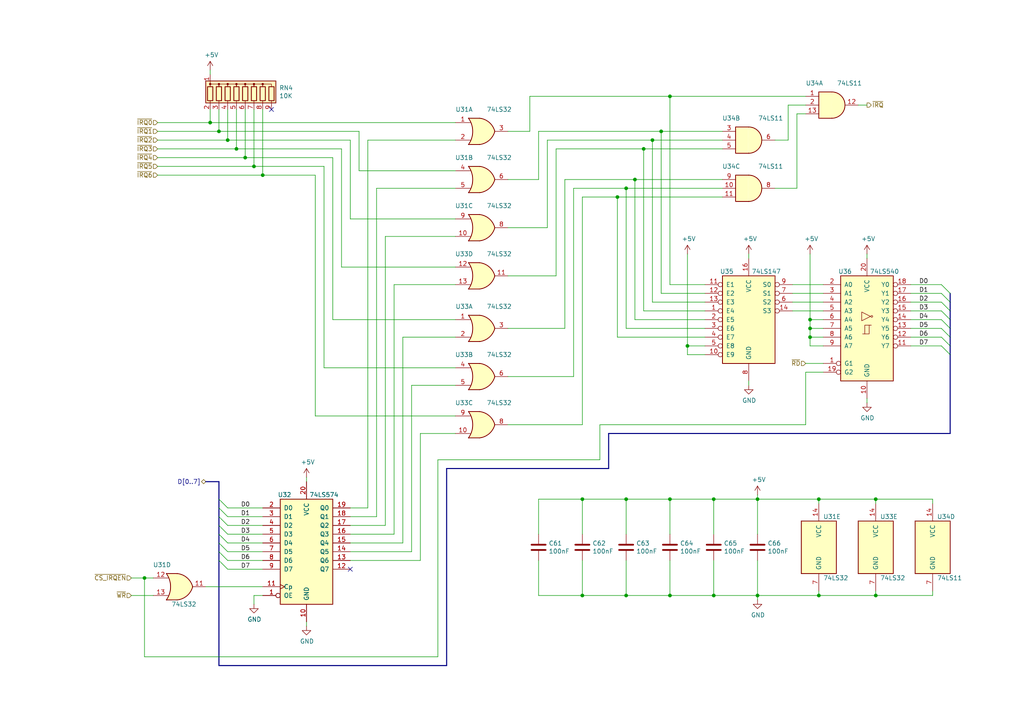
<source format=kicad_sch>
(kicad_sch (version 20211123) (generator eeschema)
  (paper "A4")
  (title_block (title "Y Ddraig Fechan") (company "Stephen Moody"))
  (lib_symbols
    (symbol "74xx:74LS11" (pin_names (offset 1.016))
      (property "Reference" "U" (at 0 1.27 0))
      (property "Value" "74LS11" (at 0 -1.27 0))
      (symbol "74LS11_1_1"
        (arc (start 0 -3.81) (mid 3.81 0) (end 0 3.81) (stroke (width 0.254)) (fill (type background)))
        (polyline (pts (xy 0 3.81) (xy -3.81 3.81) (xy -3.81 -3.81) (xy 0 -3.81)) (stroke (width 0.254)) (fill (type background)))
        (pin input line (at -7.62 2.54 0) (length 3.81) (name "~") (number "1"))
        (pin output line (at 7.62 0 180) (length 3.81) (name "~") (number "12"))
        (pin input line (at -7.62 -2.54 0) (length 3.81) (name "~") (number "13"))
        (pin input line (at -7.62 0 0) (length 3.81) (name "~") (number "2"))
      )
      (symbol "74LS11_1_2"
        (arc (start -3.81 -3.81) (mid -2.589 0) (end -3.81 3.81) (stroke (width 0.254)))
        (arc (start -0.6096 -3.81) (mid 2.1855 -2.584) (end 3.81 0) (stroke (width 0.254)) (fill (type background)))
        (polyline (pts (xy -3.81 -3.81) (xy -0.635 -3.81)) (stroke (width 0.254)) (fill (type background)))
        (polyline (pts (xy -3.81 3.81) (xy -0.635 3.81)) (stroke (width 0.254)) (fill (type background)))
        (polyline (pts (xy -0.635 3.81) (xy -3.81 3.81) (xy -3.81 3.81) (xy -3.556 3.4036) (xy -3.0226 2.2606) (xy -2.6924 1.0414) (xy -2.6162 -0.254) (xy -2.7686 -1.4986) (xy -3.175 -2.7178) (xy -3.81 -3.81) (xy -3.81 -3.81) (xy -0.635 -3.81)) (stroke (width -25.4)) (fill (type background)))
        (arc (start 3.81 0) (mid 2.1928 2.5925) (end -0.6096 3.81) (stroke (width 0.254)) (fill (type background)))
        (pin input inverted (at -7.62 2.54 0) (length 4.318) (name "~") (number "1"))
        (pin output inverted (at 7.62 0 180) (length 3.81) (name "~") (number "12"))
        (pin input inverted (at -7.62 -2.54 0) (length 4.318) (name "~") (number "13"))
        (pin input inverted (at -7.62 0 0) (length 4.953) (name "~") (number "2"))
      )
      (symbol "74LS11_2_1"
        (arc (start 0 -3.81) (mid 3.81 0) (end 0 3.81) (stroke (width 0.254)) (fill (type background)))
        (polyline (pts (xy 0 3.81) (xy -3.81 3.81) (xy -3.81 -3.81) (xy 0 -3.81)) (stroke (width 0.254)) (fill (type background)))
        (pin input line (at -7.62 2.54 0) (length 3.81) (name "~") (number "3"))
        (pin input line (at -7.62 0 0) (length 3.81) (name "~") (number "4"))
        (pin input line (at -7.62 -2.54 0) (length 3.81) (name "~") (number "5"))
        (pin output line (at 7.62 0 180) (length 3.81) (name "~") (number "6"))
      )
      (symbol "74LS11_2_2"
        (arc (start -3.81 -3.81) (mid -2.589 0) (end -3.81 3.81) (stroke (width 0.254)))
        (arc (start -0.6096 -3.81) (mid 2.1855 -2.584) (end 3.81 0) (stroke (width 0.254)) (fill (type background)))
        (polyline (pts (xy -3.81 -3.81) (xy -0.635 -3.81)) (stroke (width 0.254)) (fill (type background)))
        (polyline (pts (xy -3.81 3.81) (xy -0.635 3.81)) (stroke (width 0.254)) (fill (type background)))
        (polyline (pts (xy -0.635 3.81) (xy -3.81 3.81) (xy -3.81 3.81) (xy -3.556 3.4036) (xy -3.0226 2.2606) (xy -2.6924 1.0414) (xy -2.6162 -0.254) (xy -2.7686 -1.4986) (xy -3.175 -2.7178) (xy -3.81 -3.81) (xy -3.81 -3.81) (xy -0.635 -3.81)) (stroke (width -25.4)) (fill (type background)))
        (arc (start 3.81 0) (mid 2.1928 2.5925) (end -0.6096 3.81) (stroke (width 0.254)) (fill (type background)))
        (pin input inverted (at -7.62 2.54 0) (length 4.318) (name "~") (number "3"))
        (pin input inverted (at -7.62 0 0) (length 4.953) (name "~") (number "4"))
        (pin input inverted (at -7.62 -2.54 0) (length 4.318) (name "~") (number "5"))
        (pin output inverted (at 7.62 0 180) (length 3.81) (name "~") (number "6"))
      )
      (symbol "74LS11_3_1"
        (arc (start 0 -3.81) (mid 3.81 0) (end 0 3.81) (stroke (width 0.254)) (fill (type background)))
        (polyline (pts (xy 0 3.81) (xy -3.81 3.81) (xy -3.81 -3.81) (xy 0 -3.81)) (stroke (width 0.254)) (fill (type background)))
        (pin input line (at -7.62 0 0) (length 3.81) (name "~") (number "10"))
        (pin input line (at -7.62 -2.54 0) (length 3.81) (name "~") (number "11"))
        (pin output line (at 7.62 0 180) (length 3.81) (name "~") (number "8"))
        (pin input line (at -7.62 2.54 0) (length 3.81) (name "~") (number "9"))
      )
      (symbol "74LS11_3_2"
        (arc (start -3.81 -3.81) (mid -2.589 0) (end -3.81 3.81) (stroke (width 0.254)))
        (arc (start -0.6096 -3.81) (mid 2.1855 -2.584) (end 3.81 0) (stroke (width 0.254)) (fill (type background)))
        (polyline (pts (xy -3.81 -3.81) (xy -0.635 -3.81)) (stroke (width 0.254)) (fill (type background)))
        (polyline (pts (xy -3.81 3.81) (xy -0.635 3.81)) (stroke (width 0.254)) (fill (type background)))
        (polyline (pts (xy -0.635 3.81) (xy -3.81 3.81) (xy -3.81 3.81) (xy -3.556 3.4036) (xy -3.0226 2.2606) (xy -2.6924 1.0414) (xy -2.6162 -0.254) (xy -2.7686 -1.4986) (xy -3.175 -2.7178) (xy -3.81 -3.81) (xy -3.81 -3.81) (xy -0.635 -3.81)) (stroke (width -25.4)) (fill (type background)))
        (arc (start 3.81 0) (mid 2.1928 2.5925) (end -0.6096 3.81) (stroke (width 0.254)) (fill (type background)))
        (pin input inverted (at -7.62 0 0) (length 4.953) (name "~") (number "10"))
        (pin input inverted (at -7.62 -2.54 0) (length 4.318) (name "~") (number "11"))
        (pin output inverted (at 7.62 0 180) (length 3.81) (name "~") (number "8"))
        (pin input inverted (at -7.62 2.54 0) (length 4.318) (name "~") (number "9"))
      )
      (symbol "74LS11_4_0"
        (pin power_in line (at 0 12.7 270) (length 5.08) (name "VCC") (number "14"))
        (pin power_in line (at 0 -12.7 90) (length 5.08) (name "GND") (number "7"))
      )
      (symbol "74LS11_4_1"
        (rectangle (start -5.08 7.62) (end 5.08 -7.62) (stroke (width 0.254)) (fill (type background)))
      )
    )
    (symbol "74xx:74LS147" (pin_names (offset 1.016))
      (property "Reference" "U" (at -7.62 13.97 0))
      (property "Value" "74LS147" (at -7.62 -13.97 0))
      (symbol "74LS147_1_0"
        (pin input inverted (at -12.7 2.54 0) (length 5.08) (name "E4") (number "1"))
        (pin input inverted (at -12.7 -10.16 0) (length 5.08) (name "E9") (number "10"))
        (pin input inverted (at -12.7 10.16 0) (length 5.08) (name "E1") (number "11"))
        (pin input inverted (at -12.7 7.62 0) (length 5.08) (name "E2") (number "12"))
        (pin input inverted (at -12.7 5.08 0) (length 5.08) (name "E3") (number "13"))
        (pin output inverted (at 12.7 2.54 180) (length 5.08) (name "S3") (number "14"))
        (pin power_in line (at 0 17.78 270) (length 5.08) (name "VCC") (number "16"))
        (pin input inverted (at -12.7 0 0) (length 5.08) (name "E5") (number "2"))
        (pin input inverted (at -12.7 -2.54 0) (length 5.08) (name "E6") (number "3"))
        (pin input inverted (at -12.7 -5.08 0) (length 5.08) (name "E7") (number "4"))
        (pin input inverted (at -12.7 -7.62 0) (length 5.08) (name "E8") (number "5"))
        (pin output inverted (at 12.7 5.08 180) (length 5.08) (name "S2") (number "6"))
        (pin output inverted (at 12.7 7.62 180) (length 5.08) (name "S1") (number "7"))
        (pin power_in line (at 0 -17.78 90) (length 5.08) (name "GND") (number "8"))
        (pin output inverted (at 12.7 10.16 180) (length 5.08) (name "S0") (number "9"))
      )
      (symbol "74LS147_1_1"
        (rectangle (start -7.62 12.7) (end 7.62 -12.7) (stroke (width 0.254)) (fill (type background)))
      )
    )
    (symbol "74xx:74LS32" (pin_names (offset 1.016))
      (property "Reference" "U" (at 0 1.27 0))
      (property "Value" "74LS32" (at 0 -1.27 0))
      (symbol "74LS32_1_1"
        (arc (start -3.81 -3.81) (mid -2.589 0) (end -3.81 3.81) (stroke (width 0.254)))
        (arc (start -0.6096 -3.81) (mid 2.1855 -2.584) (end 3.81 0) (stroke (width 0.254)) (fill (type background)))
        (polyline (pts (xy -3.81 -3.81) (xy -0.635 -3.81)) (stroke (width 0.254)) (fill (type background)))
        (polyline (pts (xy -3.81 3.81) (xy -0.635 3.81)) (stroke (width 0.254)) (fill (type background)))
        (polyline (pts (xy -0.635 3.81) (xy -3.81 3.81) (xy -3.81 3.81) (xy -3.556 3.4036) (xy -3.0226 2.2606) (xy -2.6924 1.0414) (xy -2.6162 -0.254) (xy -2.7686 -1.4986) (xy -3.175 -2.7178) (xy -3.81 -3.81) (xy -3.81 -3.81) (xy -0.635 -3.81)) (stroke (width -25.4)) (fill (type background)))
        (arc (start 3.81 0) (mid 2.1928 2.5925) (end -0.6096 3.81) (stroke (width 0.254)) (fill (type background)))
        (pin input line (at -7.62 2.54 0) (length 4.318) (name "~") (number "1"))
        (pin input line (at -7.62 -2.54 0) (length 4.318) (name "~") (number "2"))
        (pin output line (at 7.62 0 180) (length 3.81) (name "~") (number "3"))
      )
      (symbol "74LS32_1_2"
        (arc (start 0 -3.81) (mid 3.81 0) (end 0 3.81) (stroke (width 0.254)) (fill (type background)))
        (polyline (pts (xy 0 3.81) (xy -3.81 3.81) (xy -3.81 -3.81) (xy 0 -3.81)) (stroke (width 0.254)) (fill (type background)))
        (pin input inverted (at -7.62 2.54 0) (length 3.81) (name "~") (number "1"))
        (pin input inverted (at -7.62 -2.54 0) (length 3.81) (name "~") (number "2"))
        (pin output inverted (at 7.62 0 180) (length 3.81) (name "~") (number "3"))
      )
      (symbol "74LS32_2_1"
        (arc (start -3.81 -3.81) (mid -2.589 0) (end -3.81 3.81) (stroke (width 0.254)))
        (arc (start -0.6096 -3.81) (mid 2.1855 -2.584) (end 3.81 0) (stroke (width 0.254)) (fill (type background)))
        (polyline (pts (xy -3.81 -3.81) (xy -0.635 -3.81)) (stroke (width 0.254)) (fill (type background)))
        (polyline (pts (xy -3.81 3.81) (xy -0.635 3.81)) (stroke (width 0.254)) (fill (type background)))
        (polyline (pts (xy -0.635 3.81) (xy -3.81 3.81) (xy -3.81 3.81) (xy -3.556 3.4036) (xy -3.0226 2.2606) (xy -2.6924 1.0414) (xy -2.6162 -0.254) (xy -2.7686 -1.4986) (xy -3.175 -2.7178) (xy -3.81 -3.81) (xy -3.81 -3.81) (xy -0.635 -3.81)) (stroke (width -25.4)) (fill (type background)))
        (arc (start 3.81 0) (mid 2.1928 2.5925) (end -0.6096 3.81) (stroke (width 0.254)) (fill (type background)))
        (pin input line (at -7.62 2.54 0) (length 4.318) (name "~") (number "4"))
        (pin input line (at -7.62 -2.54 0) (length 4.318) (name "~") (number "5"))
        (pin output line (at 7.62 0 180) (length 3.81) (name "~") (number "6"))
      )
      (symbol "74LS32_2_2"
        (arc (start 0 -3.81) (mid 3.81 0) (end 0 3.81) (stroke (width 0.254)) (fill (type background)))
        (polyline (pts (xy 0 3.81) (xy -3.81 3.81) (xy -3.81 -3.81) (xy 0 -3.81)) (stroke (width 0.254)) (fill (type background)))
        (pin input inverted (at -7.62 2.54 0) (length 3.81) (name "~") (number "4"))
        (pin input inverted (at -7.62 -2.54 0) (length 3.81) (name "~") (number "5"))
        (pin output inverted (at 7.62 0 180) (length 3.81) (name "~") (number "6"))
      )
      (symbol "74LS32_3_1"
        (arc (start -3.81 -3.81) (mid -2.589 0) (end -3.81 3.81) (stroke (width 0.254)))
        (arc (start -0.6096 -3.81) (mid 2.1855 -2.584) (end 3.81 0) (stroke (width 0.254)) (fill (type background)))
        (polyline (pts (xy -3.81 -3.81) (xy -0.635 -3.81)) (stroke (width 0.254)) (fill (type background)))
        (polyline (pts (xy -3.81 3.81) (xy -0.635 3.81)) (stroke (width 0.254)) (fill (type background)))
        (polyline (pts (xy -0.635 3.81) (xy -3.81 3.81) (xy -3.81 3.81) (xy -3.556 3.4036) (xy -3.0226 2.2606) (xy -2.6924 1.0414) (xy -2.6162 -0.254) (xy -2.7686 -1.4986) (xy -3.175 -2.7178) (xy -3.81 -3.81) (xy -3.81 -3.81) (xy -0.635 -3.81)) (stroke (width -25.4)) (fill (type background)))
        (arc (start 3.81 0) (mid 2.1928 2.5925) (end -0.6096 3.81) (stroke (width 0.254)) (fill (type background)))
        (pin input line (at -7.62 -2.54 0) (length 4.318) (name "~") (number "10"))
        (pin output line (at 7.62 0 180) (length 3.81) (name "~") (number "8"))
        (pin input line (at -7.62 2.54 0) (length 4.318) (name "~") (number "9"))
      )
      (symbol "74LS32_3_2"
        (arc (start 0 -3.81) (mid 3.81 0) (end 0 3.81) (stroke (width 0.254)) (fill (type background)))
        (polyline (pts (xy 0 3.81) (xy -3.81 3.81) (xy -3.81 -3.81) (xy 0 -3.81)) (stroke (width 0.254)) (fill (type background)))
        (pin input inverted (at -7.62 -2.54 0) (length 3.81) (name "~") (number "10"))
        (pin output inverted (at 7.62 0 180) (length 3.81) (name "~") (number "8"))
        (pin input inverted (at -7.62 2.54 0) (length 3.81) (name "~") (number "9"))
      )
      (symbol "74LS32_4_1"
        (arc (start -3.81 -3.81) (mid -2.589 0) (end -3.81 3.81) (stroke (width 0.254)))
        (arc (start -0.6096 -3.81) (mid 2.1855 -2.584) (end 3.81 0) (stroke (width 0.254)) (fill (type background)))
        (polyline (pts (xy -3.81 -3.81) (xy -0.635 -3.81)) (stroke (width 0.254)) (fill (type background)))
        (polyline (pts (xy -3.81 3.81) (xy -0.635 3.81)) (stroke (width 0.254)) (fill (type background)))
        (polyline (pts (xy -0.635 3.81) (xy -3.81 3.81) (xy -3.81 3.81) (xy -3.556 3.4036) (xy -3.0226 2.2606) (xy -2.6924 1.0414) (xy -2.6162 -0.254) (xy -2.7686 -1.4986) (xy -3.175 -2.7178) (xy -3.81 -3.81) (xy -3.81 -3.81) (xy -0.635 -3.81)) (stroke (width -25.4)) (fill (type background)))
        (arc (start 3.81 0) (mid 2.1928 2.5925) (end -0.6096 3.81) (stroke (width 0.254)) (fill (type background)))
        (pin output line (at 7.62 0 180) (length 3.81) (name "~") (number "11"))
        (pin input line (at -7.62 2.54 0) (length 4.318) (name "~") (number "12"))
        (pin input line (at -7.62 -2.54 0) (length 4.318) (name "~") (number "13"))
      )
      (symbol "74LS32_4_2"
        (arc (start 0 -3.81) (mid 3.81 0) (end 0 3.81) (stroke (width 0.254)) (fill (type background)))
        (polyline (pts (xy 0 3.81) (xy -3.81 3.81) (xy -3.81 -3.81) (xy 0 -3.81)) (stroke (width 0.254)) (fill (type background)))
        (pin output inverted (at 7.62 0 180) (length 3.81) (name "~") (number "11"))
        (pin input inverted (at -7.62 2.54 0) (length 3.81) (name "~") (number "12"))
        (pin input inverted (at -7.62 -2.54 0) (length 3.81) (name "~") (number "13"))
      )
      (symbol "74LS32_5_0"
        (pin power_in line (at 0 12.7 270) (length 5.08) (name "VCC") (number "14"))
        (pin power_in line (at 0 -12.7 90) (length 5.08) (name "GND") (number "7"))
      )
      (symbol "74LS32_5_1"
        (rectangle (start -5.08 7.62) (end 5.08 -7.62) (stroke (width 0.254)) (fill (type background)))
      )
    )
    (symbol "74xx:74LS540" (pin_names (offset 1.016))
      (property "Reference" "U" (at -7.62 16.51 0))
      (property "Value" "74LS540" (at -7.62 -16.51 0))
      (symbol "74LS540_1_0"
        (polyline (pts (xy -0.635 -1.6002) (xy -0.635 0.9398) (xy 0.635 0.9398)))
        (polyline (pts (xy -1.27 -1.6002) (xy 0.635 -1.6002) (xy 0.635 0.9398) (xy 1.27 0.9398)))
        (polyline (pts (xy 1.016 3.4798) (xy -1.524 4.7498) (xy -1.524 2.2098) (xy 1.016 3.4798)) (stroke (width 0.1524)))
        (circle (center 1.397 3.4798) (radius 0.254) (stroke (width 0.1524)))
        (pin input inverted (at -12.7 -10.16 0) (length 5.08) (name "G1") (number "1"))
        (pin power_in line (at 0 -20.32 90) (length 5.08) (name "GND") (number "10"))
        (pin tri_state inverted (at 12.7 -5.08 180) (length 5.08) (name "Y7") (number "11"))
        (pin tri_state inverted (at 12.7 -2.54 180) (length 5.08) (name "Y6") (number "12"))
        (pin tri_state inverted (at 12.7 0 180) (length 5.08) (name "Y5") (number "13"))
        (pin tri_state inverted (at 12.7 2.54 180) (length 5.08) (name "Y4") (number "14"))
        (pin tri_state inverted (at 12.7 5.08 180) (length 5.08) (name "Y3") (number "15"))
        (pin tri_state inverted (at 12.7 7.62 180) (length 5.08) (name "Y2") (number "16"))
        (pin tri_state inverted (at 12.7 10.16 180) (length 5.08) (name "Y1") (number "17"))
        (pin tri_state inverted (at 12.7 12.7 180) (length 5.08) (name "Y0") (number "18"))
        (pin input inverted (at -12.7 -12.7 0) (length 5.08) (name "G2") (number "19"))
        (pin input line (at -12.7 12.7 0) (length 5.08) (name "A0") (number "2"))
        (pin power_in line (at 0 20.32 270) (length 5.08) (name "VCC") (number "20"))
        (pin input line (at -12.7 10.16 0) (length 5.08) (name "A1") (number "3"))
        (pin input line (at -12.7 7.62 0) (length 5.08) (name "A2") (number "4"))
        (pin input line (at -12.7 5.08 0) (length 5.08) (name "A3") (number "5"))
        (pin input line (at -12.7 2.54 0) (length 5.08) (name "A4") (number "6"))
        (pin input line (at -12.7 0 0) (length 5.08) (name "A5") (number "7"))
        (pin input line (at -12.7 -2.54 0) (length 5.08) (name "A6") (number "8"))
        (pin input line (at -12.7 -5.08 0) (length 5.08) (name "A7") (number "9"))
      )
      (symbol "74LS540_1_1"
        (rectangle (start -7.62 15.24) (end 7.62 -15.24) (stroke (width 0.254)) (fill (type background)))
      )
    )
    (symbol "74xx:74LS574" (pin_names (offset 1.016))
      (property "Reference" "U" (at -7.62 16.51 0))
      (property "Value" "74LS574" (at -7.62 -16.51 0))
      (symbol "74LS574_1_0"
        (pin input inverted (at -12.7 -12.7 0) (length 5.08) (name "OE") (number "1"))
        (pin power_in line (at 0 -20.32 90) (length 5.08) (name "GND") (number "10"))
        (pin input clock (at -12.7 -10.16 0) (length 5.08) (name "Cp") (number "11"))
        (pin tri_state line (at 12.7 -5.08 180) (length 5.08) (name "Q7") (number "12"))
        (pin tri_state line (at 12.7 -2.54 180) (length 5.08) (name "Q6") (number "13"))
        (pin tri_state line (at 12.7 0 180) (length 5.08) (name "Q5") (number "14"))
        (pin tri_state line (at 12.7 2.54 180) (length 5.08) (name "Q4") (number "15"))
        (pin tri_state line (at 12.7 5.08 180) (length 5.08) (name "Q3") (number "16"))
        (pin tri_state line (at 12.7 7.62 180) (length 5.08) (name "Q2") (number "17"))
        (pin tri_state line (at 12.7 10.16 180) (length 5.08) (name "Q1") (number "18"))
        (pin tri_state line (at 12.7 12.7 180) (length 5.08) (name "Q0") (number "19"))
        (pin input line (at -12.7 12.7 0) (length 5.08) (name "D0") (number "2"))
        (pin power_in line (at 0 20.32 270) (length 5.08) (name "VCC") (number "20"))
        (pin input line (at -12.7 10.16 0) (length 5.08) (name "D1") (number "3"))
        (pin input line (at -12.7 7.62 0) (length 5.08) (name "D2") (number "4"))
        (pin input line (at -12.7 5.08 0) (length 5.08) (name "D3") (number "5"))
        (pin input line (at -12.7 2.54 0) (length 5.08) (name "D4") (number "6"))
        (pin input line (at -12.7 0 0) (length 5.08) (name "D5") (number "7"))
        (pin input line (at -12.7 -2.54 0) (length 5.08) (name "D6") (number "8"))
        (pin input line (at -12.7 -5.08 0) (length 5.08) (name "D7") (number "9"))
      )
      (symbol "74LS574_1_1"
        (rectangle (start -7.62 15.24) (end 7.62 -15.24) (stroke (width 0.254)) (fill (type background)))
      )
    )
    (symbol "Device:C" (pin_numbers hide) (pin_names (offset 0.254))
      (property "Reference" "C" (at 0.635 2.54 0))
      (property "Value" "C" (at 0.635 -2.54 0))
      (symbol "C_0_1"
        (polyline (pts (xy -2.032 -0.762) (xy 2.032 -0.762)) (stroke (width 0.508)))
        (polyline (pts (xy -2.032 0.762) (xy 2.032 0.762)) (stroke (width 0.508)))
      )
      (symbol "C_1_1"
        (pin passive line (at 0 3.81 270) (length 2.794) (name "~") (number "1"))
        (pin passive line (at 0 -3.81 90) (length 2.794) (name "~") (number "2"))
      )
    )
    (symbol "Device:R_Network08" (pin_names (offset 0) hide)
      (property "Reference" "RN" (at -12.7 0 90))
      (property "Value" "R_Network08" (at 10.16 0 90))
      (symbol "R_Network08_0_1"
        (rectangle (start -11.43 -3.175) (end 8.89 3.175) (stroke (width 0.254)) (fill (type background)))
        (rectangle (start -10.922 1.524) (end -9.398 -2.54) (stroke (width 0.254)))
        (circle (center -10.16 2.286) (radius 0.254) (fill (type outline)))
        (rectangle (start -8.382 1.524) (end -6.858 -2.54) (stroke (width 0.254)))
        (circle (center -7.62 2.286) (radius 0.254) (fill (type outline)))
        (rectangle (start -5.842 1.524) (end -4.318 -2.54) (stroke (width 0.254)))
        (circle (center -5.08 2.286) (radius 0.254) (fill (type outline)))
        (rectangle (start -3.302 1.524) (end -1.778 -2.54) (stroke (width 0.254)))
        (circle (center -2.54 2.286) (radius 0.254) (fill (type outline)))
        (rectangle (start -0.762 1.524) (end 0.762 -2.54) (stroke (width 0.254)))
        (polyline (pts (xy -10.16 -2.54) (xy -10.16 -3.81)))
        (polyline (pts (xy -7.62 -2.54) (xy -7.62 -3.81)))
        (polyline (pts (xy -5.08 -2.54) (xy -5.08 -3.81)))
        (polyline (pts (xy -2.54 -2.54) (xy -2.54 -3.81)))
        (polyline (pts (xy 0 -2.54) (xy 0 -3.81)))
        (polyline (pts (xy 2.54 -2.54) (xy 2.54 -3.81)))
        (polyline (pts (xy 5.08 -2.54) (xy 5.08 -3.81)))
        (polyline (pts (xy 7.62 -2.54) (xy 7.62 -3.81)))
        (polyline (pts (xy -10.16 1.524) (xy -10.16 2.286) (xy -7.62 2.286) (xy -7.62 1.524)))
        (polyline (pts (xy -7.62 1.524) (xy -7.62 2.286) (xy -5.08 2.286) (xy -5.08 1.524)))
        (polyline (pts (xy -5.08 1.524) (xy -5.08 2.286) (xy -2.54 2.286) (xy -2.54 1.524)))
        (polyline (pts (xy -2.54 1.524) (xy -2.54 2.286) (xy 0 2.286) (xy 0 1.524)))
        (polyline (pts (xy 0 1.524) (xy 0 2.286) (xy 2.54 2.286) (xy 2.54 1.524)))
        (polyline (pts (xy 2.54 1.524) (xy 2.54 2.286) (xy 5.08 2.286) (xy 5.08 1.524)))
        (polyline (pts (xy 5.08 1.524) (xy 5.08 2.286) (xy 7.62 2.286) (xy 7.62 1.524)))
        (circle (center 0 2.286) (radius 0.254) (fill (type outline)))
        (rectangle (start 1.778 1.524) (end 3.302 -2.54) (stroke (width 0.254)))
        (circle (center 2.54 2.286) (radius 0.254) (fill (type outline)))
        (rectangle (start 4.318 1.524) (end 5.842 -2.54) (stroke (width 0.254)))
        (circle (center 5.08 2.286) (radius 0.254) (fill (type outline)))
        (rectangle (start 6.858 1.524) (end 8.382 -2.54) (stroke (width 0.254)))
      )
      (symbol "R_Network08_1_1"
        (pin passive line (at -10.16 5.08 270) (length 2.54) (name "common") (number "1"))
        (pin passive line (at -10.16 -5.08 90) (length 1.27) (name "R1") (number "2"))
        (pin passive line (at -7.62 -5.08 90) (length 1.27) (name "R2") (number "3"))
        (pin passive line (at -5.08 -5.08 90) (length 1.27) (name "R3") (number "4"))
        (pin passive line (at -2.54 -5.08 90) (length 1.27) (name "R4") (number "5"))
        (pin passive line (at 0 -5.08 90) (length 1.27) (name "R5") (number "6"))
        (pin passive line (at 2.54 -5.08 90) (length 1.27) (name "R6") (number "7"))
        (pin passive line (at 5.08 -5.08 90) (length 1.27) (name "R7") (number "8"))
        (pin passive line (at 7.62 -5.08 90) (length 1.27) (name "R8") (number "9"))
      )
    )
    (symbol "power:+5V" (power) (pin_names (offset 0))
      (property "Value" "+5V" (at 0 3.556 0))
      (symbol "+5V_0_1"
        (polyline (pts (xy -0.762 1.27) (xy 0 2.54)))
        (polyline (pts (xy 0 0) (xy 0 2.54)))
        (polyline (pts (xy 0 2.54) (xy 0.762 1.27)))
      )
      (symbol "+5V_1_1"
        (pin power_in line (at 0 0 90) (length 0) hide (name "+5V") (number "1"))
      )
    )
    (symbol "power:GND" (power) (pin_names (offset 0))
      (property "Value" "GND" (at 0 -3.81 0))
      (symbol "GND_0_1"
        (polyline (pts (xy 0 0) (xy 0 -1.27) (xy 1.27 -1.27) (xy 0 -2.54) (xy -1.27 -1.27) (xy 0 -1.27)))
      )
      (symbol "GND_1_1"
        (pin power_in line (at 0 0 270) (length 0) hide (name "GND") (number "1"))
      )
    )
  )
  (junction (at 234.95 92.71))
  (junction (at 63.5 38.1))
  (junction (at 234.95 97.79))
  (junction (at 184.15 52.07))
  (junction (at 207.01 144.78))
  (junction (at 68.58 43.18))
  (junction (at 179.07 57.15))
  (junction (at 237.49 172.72))
  (junction (at 181.61 54.61))
  (junction (at 66.04 40.64))
  (junction (at 254 144.78))
  (junction (at 219.71 144.78))
  (junction (at 219.71 172.72))
  (junction (at 254 172.72))
  (junction (at 181.61 144.78))
  (junction (at 41.91 167.64))
  (junction (at 76.2 50.8))
  (junction (at 194.31 172.72))
  (junction (at 194.31 144.78))
  (junction (at 199.39 100.33))
  (junction (at 181.61 172.72))
  (junction (at 60.96 35.56))
  (junction (at 168.91 144.78))
  (junction (at 191.77 38.1))
  (junction (at 73.66 48.26))
  (junction (at 168.91 172.72))
  (junction (at 186.69 43.18))
  (junction (at 71.12 45.72))
  (junction (at 207.01 172.72))
  (junction (at 194.31 27.94))
  (junction (at 189.23 40.64))
  (junction (at 234.95 95.25))
  (junction (at 237.49 144.78))
  (no_connect (at 78.74 31.75))
  (no_connect (at 101.6 165.1))
  (bus_entry (at 63.5 160.02) (size 2.54 2.54))
  (bus_entry (at 275.59 87.63) (size -2.54 -2.54))
  (bus_entry (at 275.59 102.87) (size -2.54 -2.54))
  (bus_entry (at 275.59 85.09) (size -2.54 -2.54))
  (bus_entry (at 275.59 95.25) (size -2.54 -2.54))
  (bus_entry (at 63.5 149.86) (size 2.54 2.54))
  (bus_entry (at 275.59 92.71) (size -2.54 -2.54))
  (bus_entry (at 63.5 152.4) (size 2.54 2.54))
  (bus_entry (at 63.5 147.32) (size 2.54 2.54))
  (bus_entry (at 63.5 162.56) (size 2.54 2.54))
  (bus_entry (at 275.59 97.79) (size -2.54 -2.54))
  (bus_entry (at 63.5 157.48) (size 2.54 2.54))
  (bus_entry (at 63.5 154.94) (size 2.54 2.54))
  (bus_entry (at 63.5 144.78) (size 2.54 2.54))
  (bus_entry (at 275.59 100.33) (size -2.54 -2.54))
  (bus_entry (at 275.59 90.17) (size -2.54 -2.54))
  (wire (pts (xy 234.95 100.33) (xy 238.76 100.33)))
  (wire (pts (xy 153.67 27.94) (xy 194.31 27.94)))
  (wire (pts (xy 270.51 144.78) (xy 270.51 146.05)))
  (wire (pts (xy 101.6 154.94) (xy 114.3 154.94)))
  (wire (pts (xy 161.29 80.01) (xy 147.32 80.01)))
  (wire (pts (xy 184.15 52.07) (xy 163.83 52.07)))
  (wire (pts (xy 217.17 74.93) (xy 217.17 73.66)))
  (wire (pts (xy 207.01 162.56) (xy 207.01 172.72)))
  (wire (pts (xy 119.38 160.02) (xy 101.6 160.02)))
  (wire (pts (xy 228.6 30.48) (xy 233.68 30.48)))
  (wire (pts (xy 156.21 52.07) (xy 147.32 52.07)))
  (wire (pts (xy 166.37 109.22) (xy 147.32 109.22)))
  (wire (pts (xy 273.05 82.55) (xy 264.16 82.55)))
  (wire (pts (xy 68.58 43.18) (xy 99.06 43.18)))
  (wire (pts (xy 209.55 52.07) (xy 184.15 52.07)))
  (wire (pts (xy 132.08 40.64) (xy 106.68 40.64)))
  (wire (pts (xy 204.47 87.63) (xy 189.23 87.63)))
  (wire (pts (xy 66.04 40.64) (xy 101.6 40.64)))
  (wire (pts (xy 156.21 144.78) (xy 156.21 154.94)))
  (wire (pts (xy 191.77 38.1) (xy 156.21 38.1)))
  (bus (pts (xy 275.59 97.79) (xy 275.59 100.33)))
  (wire (pts (xy 238.76 90.17) (xy 229.87 90.17)))
  (wire (pts (xy 156.21 144.78) (xy 168.91 144.78)))
  (wire (pts (xy 238.76 95.25) (xy 234.95 95.25)))
  (wire (pts (xy 168.91 123.19) (xy 147.32 123.19)))
  (wire (pts (xy 63.5 31.75) (xy 63.5 38.1)))
  (wire (pts (xy 194.31 172.72) (xy 207.01 172.72)))
  (wire (pts (xy 45.72 43.18) (xy 68.58 43.18)))
  (wire (pts (xy 111.76 68.58) (xy 111.76 152.4)))
  (bus (pts (xy 275.59 87.63) (xy 275.59 90.17)))
  (wire (pts (xy 106.68 147.32) (xy 101.6 147.32)))
  (wire (pts (xy 156.21 172.72) (xy 156.21 162.56)))
  (wire (pts (xy 251.46 116.84) (xy 251.46 115.57)))
  (wire (pts (xy 168.91 57.15) (xy 168.91 123.19)))
  (wire (pts (xy 254 144.78) (xy 237.49 144.78)))
  (wire (pts (xy 209.55 43.18) (xy 186.69 43.18)))
  (bus (pts (xy 63.5 149.86) (xy 63.5 152.4)))
  (wire (pts (xy 204.47 100.33) (xy 199.39 100.33)))
  (wire (pts (xy 237.49 144.78) (xy 219.71 144.78)))
  (wire (pts (xy 181.61 172.72) (xy 168.91 172.72)))
  (wire (pts (xy 38.1 167.64) (xy 41.91 167.64)))
  (wire (pts (xy 233.68 105.41) (xy 238.76 105.41)))
  (wire (pts (xy 273.05 92.71) (xy 264.16 92.71)))
  (wire (pts (xy 238.76 82.55) (xy 229.87 82.55)))
  (bus (pts (xy 275.59 92.71) (xy 275.59 95.25)))
  (wire (pts (xy 132.08 68.58) (xy 111.76 68.58)))
  (wire (pts (xy 127 190.5) (xy 41.91 190.5)))
  (wire (pts (xy 168.91 162.56) (xy 168.91 172.72)))
  (wire (pts (xy 209.55 40.64) (xy 189.23 40.64)))
  (wire (pts (xy 204.47 85.09) (xy 191.77 85.09)))
  (wire (pts (xy 71.12 45.72) (xy 96.52 45.72)))
  (wire (pts (xy 189.23 40.64) (xy 158.75 40.64)))
  (wire (pts (xy 132.08 49.53) (xy 104.14 49.53)))
  (wire (pts (xy 93.98 48.26) (xy 93.98 106.68)))
  (wire (pts (xy 166.37 54.61) (xy 166.37 109.22)))
  (wire (pts (xy 73.66 31.75) (xy 73.66 48.26)))
  (wire (pts (xy 168.91 172.72) (xy 156.21 172.72)))
  (bus (pts (xy 275.59 85.09) (xy 275.59 87.63)))
  (wire (pts (xy 99.06 43.18) (xy 99.06 77.47)))
  (wire (pts (xy 121.92 125.73) (xy 121.92 162.56)))
  (wire (pts (xy 76.2 172.72) (xy 73.66 172.72)))
  (wire (pts (xy 186.69 43.18) (xy 161.29 43.18)))
  (wire (pts (xy 66.04 162.56) (xy 76.2 162.56)))
  (wire (pts (xy 224.79 54.61) (xy 231.14 54.61)))
  (wire (pts (xy 204.47 92.71) (xy 184.15 92.71)))
  (wire (pts (xy 163.83 95.25) (xy 147.32 95.25)))
  (wire (pts (xy 238.76 85.09) (xy 229.87 85.09)))
  (wire (pts (xy 44.45 172.72) (xy 38.1 172.72)))
  (wire (pts (xy 181.61 95.25) (xy 181.61 54.61)))
  (wire (pts (xy 270.51 144.78) (xy 254 144.78)))
  (wire (pts (xy 238.76 87.63) (xy 229.87 87.63)))
  (wire (pts (xy 116.84 157.48) (xy 101.6 157.48)))
  (wire (pts (xy 161.29 43.18) (xy 161.29 80.01)))
  (wire (pts (xy 233.68 123.19) (xy 233.68 107.95)))
  (wire (pts (xy 237.49 172.72) (xy 219.71 172.72)))
  (wire (pts (xy 66.04 31.75) (xy 66.04 40.64)))
  (bus (pts (xy 63.5 162.56) (xy 63.5 193.04)))
  (wire (pts (xy 238.76 92.71) (xy 234.95 92.71)))
  (wire (pts (xy 119.38 111.76) (xy 132.08 111.76)))
  (bus (pts (xy 63.5 139.7) (xy 63.5 144.78)))
  (bus (pts (xy 63.5 154.94) (xy 63.5 157.48)))
  (wire (pts (xy 199.39 102.87) (xy 199.39 100.33)))
  (wire (pts (xy 233.68 107.95) (xy 238.76 107.95)))
  (wire (pts (xy 76.2 31.75) (xy 76.2 50.8)))
  (wire (pts (xy 121.92 125.73) (xy 132.08 125.73)))
  (wire (pts (xy 234.95 97.79) (xy 234.95 100.33)))
  (wire (pts (xy 88.9 180.34) (xy 88.9 181.61)))
  (wire (pts (xy 132.08 97.79) (xy 116.84 97.79)))
  (wire (pts (xy 41.91 167.64) (xy 44.45 167.64)))
  (bus (pts (xy 275.59 102.87) (xy 275.59 125.73)))
  (wire (pts (xy 132.08 106.68) (xy 93.98 106.68)))
  (wire (pts (xy 73.66 48.26) (xy 93.98 48.26)))
  (wire (pts (xy 168.91 144.78) (xy 181.61 144.78)))
  (wire (pts (xy 270.51 172.72) (xy 270.51 171.45)))
  (wire (pts (xy 45.72 40.64) (xy 66.04 40.64)))
  (wire (pts (xy 101.6 40.64) (xy 101.6 63.5)))
  (wire (pts (xy 45.72 35.56) (xy 60.96 35.56)))
  (bus (pts (xy 63.5 160.02) (xy 63.5 162.56)))
  (wire (pts (xy 106.68 40.64) (xy 106.68 147.32)))
  (bus (pts (xy 275.59 100.33) (xy 275.59 102.87)))
  (wire (pts (xy 207.01 144.78) (xy 194.31 144.78)))
  (wire (pts (xy 237.49 146.05) (xy 237.49 144.78)))
  (wire (pts (xy 207.01 172.72) (xy 219.71 172.72)))
  (wire (pts (xy 234.95 73.66) (xy 234.95 92.71)))
  (bus (pts (xy 63.5 139.7) (xy 59.69 139.7)))
  (wire (pts (xy 111.76 152.4) (xy 101.6 152.4)))
  (wire (pts (xy 91.44 50.8) (xy 91.44 120.65)))
  (wire (pts (xy 66.04 157.48) (xy 76.2 157.48)))
  (wire (pts (xy 59.69 170.18) (xy 76.2 170.18)))
  (wire (pts (xy 73.66 172.72) (xy 73.66 175.26)))
  (wire (pts (xy 219.71 173.99) (xy 219.71 172.72)))
  (wire (pts (xy 68.58 31.75) (xy 68.58 43.18)))
  (bus (pts (xy 63.5 147.32) (xy 63.5 149.86)))
  (wire (pts (xy 273.05 97.79) (xy 264.16 97.79)))
  (wire (pts (xy 219.71 154.94) (xy 219.71 144.78)))
  (wire (pts (xy 191.77 85.09) (xy 191.77 38.1)))
  (wire (pts (xy 60.96 20.32) (xy 60.96 21.59)))
  (bus (pts (xy 176.53 135.89) (xy 176.53 125.73)))
  (wire (pts (xy 181.61 144.78) (xy 194.31 144.78)))
  (wire (pts (xy 194.31 172.72) (xy 181.61 172.72)))
  (wire (pts (xy 96.52 45.72) (xy 96.52 92.71)))
  (wire (pts (xy 132.08 54.61) (xy 109.22 54.61)))
  (wire (pts (xy 66.04 165.1) (xy 76.2 165.1)))
  (wire (pts (xy 270.51 172.72) (xy 254 172.72)))
  (wire (pts (xy 163.83 52.07) (xy 163.83 95.25)))
  (wire (pts (xy 204.47 102.87) (xy 199.39 102.87)))
  (wire (pts (xy 153.67 38.1) (xy 147.32 38.1)))
  (wire (pts (xy 104.14 38.1) (xy 63.5 38.1)))
  (wire (pts (xy 45.72 45.72) (xy 71.12 45.72)))
  (wire (pts (xy 273.05 87.63) (xy 264.16 87.63)))
  (wire (pts (xy 158.75 40.64) (xy 158.75 66.04)))
  (wire (pts (xy 254 172.72) (xy 237.49 172.72)))
  (wire (pts (xy 204.47 97.79) (xy 179.07 97.79)))
  (wire (pts (xy 207.01 154.94) (xy 207.01 144.78)))
  (wire (pts (xy 273.05 100.33) (xy 264.16 100.33)))
  (wire (pts (xy 109.22 54.61) (xy 109.22 149.86)))
  (wire (pts (xy 181.61 54.61) (xy 166.37 54.61)))
  (wire (pts (xy 194.31 82.55) (xy 194.31 27.94)))
  (wire (pts (xy 209.55 38.1) (xy 191.77 38.1)))
  (wire (pts (xy 114.3 82.55) (xy 132.08 82.55)))
  (wire (pts (xy 181.61 162.56) (xy 181.61 172.72)))
  (wire (pts (xy 254 172.72) (xy 254 171.45)))
  (wire (pts (xy 204.47 82.55) (xy 194.31 82.55)))
  (wire (pts (xy 231.14 54.61) (xy 231.14 33.02)))
  (wire (pts (xy 132.08 63.5) (xy 101.6 63.5)))
  (wire (pts (xy 219.71 144.78) (xy 207.01 144.78)))
  (wire (pts (xy 209.55 54.61) (xy 181.61 54.61)))
  (wire (pts (xy 184.15 92.71) (xy 184.15 52.07)))
  (wire (pts (xy 204.47 90.17) (xy 186.69 90.17)))
  (wire (pts (xy 273.05 90.17) (xy 264.16 90.17)))
  (wire (pts (xy 41.91 167.64) (xy 41.91 190.5)))
  (bus (pts (xy 275.59 90.17) (xy 275.59 92.71)))
  (wire (pts (xy 248.92 30.48) (xy 251.46 30.48)))
  (wire (pts (xy 132.08 92.71) (xy 96.52 92.71)))
  (wire (pts (xy 231.14 33.02) (xy 233.68 33.02)))
  (wire (pts (xy 127 133.35) (xy 127 190.5)))
  (bus (pts (xy 129.54 193.04) (xy 129.54 135.89)))
  (wire (pts (xy 234.95 95.25) (xy 234.95 97.79)))
  (bus (pts (xy 275.59 95.25) (xy 275.59 97.79)))
  (wire (pts (xy 66.04 152.4) (xy 76.2 152.4)))
  (wire (pts (xy 179.07 57.15) (xy 168.91 57.15)))
  (wire (pts (xy 199.39 100.33) (xy 199.39 73.66)))
  (wire (pts (xy 228.6 40.64) (xy 228.6 30.48)))
  (wire (pts (xy 238.76 97.79) (xy 234.95 97.79)))
  (wire (pts (xy 63.5 38.1) (xy 45.72 38.1)))
  (wire (pts (xy 66.04 149.86) (xy 76.2 149.86)))
  (wire (pts (xy 121.92 162.56) (xy 101.6 162.56)))
  (wire (pts (xy 153.67 27.94) (xy 153.67 38.1)))
  (wire (pts (xy 66.04 160.02) (xy 76.2 160.02)))
  (wire (pts (xy 194.31 162.56) (xy 194.31 172.72)))
  (wire (pts (xy 194.31 154.94) (xy 194.31 144.78)))
  (wire (pts (xy 76.2 50.8) (xy 91.44 50.8)))
  (wire (pts (xy 189.23 87.63) (xy 189.23 40.64)))
  (wire (pts (xy 104.14 38.1) (xy 104.14 49.53)))
  (wire (pts (xy 60.96 31.75) (xy 60.96 35.56)))
  (wire (pts (xy 132.08 77.47) (xy 99.06 77.47)))
  (bus (pts (xy 63.5 193.04) (xy 129.54 193.04)))
  (wire (pts (xy 233.68 123.19) (xy 173.99 123.19)))
  (wire (pts (xy 219.71 162.56) (xy 219.71 172.72)))
  (wire (pts (xy 114.3 82.55) (xy 114.3 154.94)))
  (bus (pts (xy 176.53 125.73) (xy 275.59 125.73)))
  (wire (pts (xy 179.07 97.79) (xy 179.07 57.15)))
  (wire (pts (xy 101.6 149.86) (xy 109.22 149.86)))
  (wire (pts (xy 273.05 95.25) (xy 264.16 95.25)))
  (wire (pts (xy 156.21 38.1) (xy 156.21 52.07)))
  (bus (pts (xy 129.54 135.89) (xy 176.53 135.89)))
  (wire (pts (xy 234.95 92.71) (xy 234.95 95.25)))
  (wire (pts (xy 116.84 97.79) (xy 116.84 157.48)))
  (wire (pts (xy 186.69 90.17) (xy 186.69 43.18)))
  (wire (pts (xy 181.61 154.94) (xy 181.61 144.78)))
  (wire (pts (xy 173.99 133.35) (xy 127 133.35)))
  (wire (pts (xy 132.08 120.65) (xy 91.44 120.65)))
  (bus (pts (xy 63.5 144.78) (xy 63.5 147.32)))
  (bus (pts (xy 63.5 152.4) (xy 63.5 154.94)))
  (wire (pts (xy 194.31 27.94) (xy 233.68 27.94)))
  (bus (pts (xy 63.5 157.48) (xy 63.5 160.02)))
  (wire (pts (xy 45.72 48.26) (xy 73.66 48.26)))
  (wire (pts (xy 251.46 73.66) (xy 251.46 74.93)))
  (wire (pts (xy 173.99 123.19) (xy 173.99 133.35)))
  (wire (pts (xy 254 146.05) (xy 254 144.78)))
  (wire (pts (xy 45.72 50.8) (xy 76.2 50.8)))
  (wire (pts (xy 66.04 147.32) (xy 76.2 147.32)))
  (wire (pts (xy 209.55 57.15) (xy 179.07 57.15)))
  (wire (pts (xy 219.71 143.51) (xy 219.71 144.78)))
  (wire (pts (xy 237.49 172.72) (xy 237.49 171.45)))
  (wire (pts (xy 60.96 35.56) (xy 132.08 35.56)))
  (wire (pts (xy 217.17 111.76) (xy 217.17 110.49)))
  (wire (pts (xy 168.91 154.94) (xy 168.91 144.78)))
  (wire (pts (xy 66.04 154.94) (xy 76.2 154.94)))
  (wire (pts (xy 88.9 139.7) (xy 88.9 138.43)))
  (wire (pts (xy 119.38 111.76) (xy 119.38 160.02)))
  (wire (pts (xy 181.61 95.25) (xy 204.47 95.25)))
  (wire (pts (xy 158.75 66.04) (xy 147.32 66.04)))
  (wire (pts (xy 273.05 85.09) (xy 264.16 85.09)))
  (wire (pts (xy 71.12 31.75) (xy 71.12 45.72)))
  (wire (pts (xy 224.79 40.64) (xy 228.6 40.64)))
  (label "D3" (at 269.24 90.17 180))
  (label "D5" (at 269.24 95.25 180))
  (label "D4" (at 269.24 92.71 180))
  (label "D1" (at 269.24 85.09 180))
  (label "D6" (at 69.85 162.56 0))
  (label "D4" (at 69.85 157.48 0))
  (label "D2" (at 69.85 152.4 0))
  (label "D7" (at 269.24 100.33 180))
  (label "D7" (at 69.85 165.1 0))
  (label "D0" (at 69.85 147.32 0))
  (label "D0" (at 269.24 82.55 180))
  (label "D1" (at 69.85 149.86 0))
  (label "D3" (at 69.85 154.94 0))
  (label "D6" (at 269.24 97.79 180))
  (label "D5" (at 69.85 160.02 0))
  (label "D2" (at 269.24 87.63 180))
  (hierarchical_label "~{IRQ4}" (shape input) (at 45.72 45.72 180))
  (hierarchical_label "D[0..7]" (shape bidirectional) (at 59.69 139.7 180))
  (hierarchical_label "~{CS_IRQEN}" (shape input) (at 38.1 167.64 180))
  (hierarchical_label "~{IRQ1}" (shape input) (at 45.72 38.1 180))
  (hierarchical_label "~{WR}" (shape input) (at 38.1 172.72 180))
  (hierarchical_label "~{IRQ0}" (shape input) (at 45.72 35.56 180))
  (hierarchical_label "~{IRQ6}" (shape input) (at 45.72 50.8 180))
  (hierarchical_label "~{IRQ3}" (shape input) (at 45.72 43.18 180))
  (hierarchical_label "~{IRQ2}" (shape input) (at 45.72 40.64 180))
  (hierarchical_label "~{IRQ}" (shape output) (at 251.46 30.48 0))
  (hierarchical_label "~{RD}" (shape input) (at 233.68 105.41 180))
  (hierarchical_label "~{IRQ5}" (shape input) (at 45.72 48.26 180))
  (symbol (lib_id "74xx:74LS11") (at 241.3 30.48 0) (unit 1)
    (property "Reference" "U34" (at 236.22 24.13 0))
    (property "Value" "74LS11" (at 246.38 24.13 0))
    (property "Footprint" "Package_DIP:DIP-14_W7.62mm_Socket" (effects hide))
    (property "Datasheet" "http://www.ti.com/lit/gpn/sn74LS11" (effects hide))
  )
  (symbol (lib_id "74xx:74LS11") (at 217.17 40.64 0) (unit 2)
    (property "Reference" "U34" (at 212.09 34.29 0))
    (property "Value" "74LS11" (at 223.52 34.29 0))
    (property "Footprint" "Package_DIP:DIP-14_W7.62mm_Socket" (effects hide))
    (property "Datasheet" "http://www.ti.com/lit/gpn/sn74LS11" (effects hide))
  )
  (symbol (lib_id "74xx:74LS11") (at 217.17 54.61 0) (unit 3)
    (property "Reference" "U34" (at 212.09 48.26 0))
    (property "Value" "74LS11" (at 223.52 48.26 0))
    (property "Footprint" "Package_DIP:DIP-14_W7.62mm_Socket" (effects hide))
    (property "Datasheet" "http://www.ti.com/lit/gpn/sn74LS11" (effects hide))
  )
  (symbol (lib_id "74xx:74LS11") (at 270.51 158.75 0) (unit 4)
    (property "Reference" "U34" (at 271.78 149.86 0) (effects (justify left)))
    (property "Value" "74LS11" (at 271.78 167.64 0) (effects (justify left)))
    (property "Footprint" "Package_DIP:DIP-14_W7.62mm_Socket" (effects hide))
    (property "Datasheet" "http://www.ti.com/lit/gpn/sn74LS11" (effects hide))
  )
  (symbol (lib_id "74xx:74LS32") (at 139.7 38.1 0) (unit 1)
    (property "Reference" "U31" (at 134.62 31.75 0))
    (property "Value" "74LS32" (at 144.78 31.75 0))
    (property "Footprint" "Package_DIP:DIP-14_W7.62mm_Socket" (effects hide))
    (property "Datasheet" "http://www.ti.com/lit/gpn/sn74LS32" (effects hide))
  )
  (symbol (lib_id "74xx:74LS32") (at 139.7 52.07 0) (unit 2)
    (property "Reference" "U31" (at 134.62 45.72 0))
    (property "Value" "74LS32" (at 144.78 45.72 0))
    (property "Footprint" "Package_DIP:DIP-14_W7.62mm_Socket" (effects hide))
    (property "Datasheet" "http://www.ti.com/lit/gpn/sn74LS32" (effects hide))
  )
  (symbol (lib_id "74xx:74LS32") (at 139.7 66.04 0) (unit 3)
    (property "Reference" "U31" (at 134.62 59.69 0))
    (property "Value" "74LS32" (at 144.78 59.69 0))
    (property "Footprint" "Package_DIP:DIP-14_W7.62mm_Socket" (effects hide))
    (property "Datasheet" "http://www.ti.com/lit/gpn/sn74LS32" (effects hide))
  )
  (symbol (lib_id "74xx:74LS32") (at 139.7 80.01 0) (unit 4)
    (property "Reference" "U33" (at 134.62 73.66 0))
    (property "Value" "74LS32" (at 144.78 73.66 0))
    (property "Footprint" "Package_DIP:DIP-14_W7.62mm_Socket" (effects hide))
    (property "Datasheet" "http://www.ti.com/lit/gpn/sn74LS32" (effects hide))
  )
  (symbol (lib_id "74xx:74LS32") (at 254 158.75 0) (unit 5)
    (property "Reference" "U33" (at 255.27 149.86 0) (effects (justify left)))
    (property "Value" "74LS32" (at 255.27 167.64 0) (effects (justify left)))
    (property "Footprint" "Package_DIP:DIP-14_W7.62mm_Socket" (effects hide))
    (property "Datasheet" "http://www.ti.com/lit/gpn/sn74LS32" (effects hide))
  )
  (symbol (lib_id "74xx:74LS32") (at 139.7 95.25 0) (unit 1)
    (property "Reference" "U33" (at 134.62 88.9 0))
    (property "Value" "74LS32" (at 144.78 88.9 0))
    (property "Footprint" "Package_DIP:DIP-14_W7.62mm_Socket" (effects hide))
    (property "Datasheet" "http://www.ti.com/lit/gpn/sn74LS32" (effects hide))
  )
  (symbol (lib_id "74xx:74LS32") (at 139.7 109.22 0) (unit 2)
    (property "Reference" "U33" (at 134.62 102.87 0))
    (property "Value" "74LS32" (at 144.78 102.87 0))
    (property "Footprint" "Package_DIP:DIP-14_W7.62mm_Socket" (effects hide))
    (property "Datasheet" "http://www.ti.com/lit/gpn/sn74LS32" (effects hide))
  )
  (symbol (lib_id "74xx:74LS32") (at 139.7 123.19 0) (unit 3)
    (property "Reference" "U33" (at 134.62 116.84 0))
    (property "Value" "74LS32" (at 144.78 116.84 0))
    (property "Footprint" "Package_DIP:DIP-14_W7.62mm_Socket" (effects hide))
    (property "Datasheet" "http://www.ti.com/lit/gpn/sn74LS32" (effects hide))
  )
  (symbol (lib_id "74xx:74LS32") (at 52.07 170.18 0) (unit 4)
    (property "Reference" "U31" (at 46.99 163.83 0))
    (property "Value" "74LS32" (at 53.34 175.26 0))
    (property "Footprint" "Package_DIP:DIP-14_W7.62mm_Socket" (effects hide))
    (property "Datasheet" "http://www.ti.com/lit/gpn/sn74LS32" (effects hide))
  )
  (symbol (lib_id "74xx:74LS32") (at 237.49 158.75 0) (unit 5)
    (property "Reference" "U31" (at 238.76 149.86 0) (effects (justify left)))
    (property "Value" "74LS32" (at 238.76 167.64 0) (effects (justify left)))
    (property "Footprint" "Package_DIP:DIP-14_W7.62mm_Socket" (effects hide))
    (property "Datasheet" "http://www.ti.com/lit/gpn/sn74LS32" (effects hide))
  )
  (symbol (lib_id "Device:R_Network08") (at 71.12 26.67 0) (unit 1)
    (property "Reference" "RN4" (at 80.9752 25.5016 0) (effects (justify left)))
    (property "Value" "10K" (at 80.9752 27.813 0) (effects (justify left)))
    (property "Footprint" "Resistor_THT:R_Array_SIP9" (effects hide))
    (property "Datasheet" "http://www.vishay.com/docs/31509/csc.pdf" (effects hide))
  )
  (symbol (lib_id "74xx:74LS147") (at 217.17 92.71 0) (unit 1)
    (property "Reference" "U35" (at 210.82 78.74 0))
    (property "Value" "74LS147" (at 222.25 78.74 0))
    (property "Footprint" "Package_DIP:DIP-16_W7.62mm_Socket" (effects hide))
    (property "Datasheet" "http://www.ti.com/lit/gpn/sn74LS147" (effects hide))
  )
  (symbol (lib_id "74xx:74LS540") (at 251.46 95.25 0) (unit 1)
    (property "Reference" "U36" (at 245.11 78.74 0))
    (property "Value" "74LS540" (at 256.54 78.74 0))
    (property "Footprint" "Package_DIP:DIP-20_W7.62mm_Socket" (effects hide))
    (property "Datasheet" "http://www.ti.com/lit/gpn/sn74LS540" (effects hide))
  )
  (symbol (lib_id "74xx:74LS574") (at 88.9 160.02 0) (unit 1)
    (property "Reference" "U32" (at 82.55 143.51 0))
    (property "Value" "74LS574" (at 93.98 143.51 0))
    (property "Footprint" "Package_DIP:DIP-20_W7.62mm_Socket" (effects hide))
    (property "Datasheet" "http://www.ti.com/lit/gpn/sn74LS574" (effects hide))
  )
  (symbol (lib_id "power:GND") (at 88.9 181.61 0) (unit 1)
    (property "Reference" "#PWR0128" (effects hide))
    (property "Value" "GND" (at 89.027 186.0042 0))
  )
  (symbol (lib_id "power:GND") (at 73.66 175.26 0) (unit 1)
    (property "Reference" "#PWR0126" (effects hide))
    (property "Value" "GND" (at 73.787 179.6542 0))
  )
  (symbol (lib_id "power:+5V") (at 60.96 20.32 0) (unit 1)
    (property "Reference" "#PWR0125" (effects hide))
    (property "Value" "+5V" (at 61.341 15.9258 0))
  )
  (symbol (lib_id "power:+5V") (at 217.17 73.66 0) (unit 1)
    (property "Reference" "#PWR0130" (effects hide))
    (property "Value" "+5V" (at 217.551 69.2658 0))
  )
  (symbol (lib_id "power:+5V") (at 251.46 73.66 0) (unit 1)
    (property "Reference" "#PWR0135" (effects hide))
    (property "Value" "+5V" (at 251.841 69.2658 0))
  )
  (symbol (lib_id "power:GND") (at 217.17 111.76 0) (unit 1)
    (property "Reference" "#PWR0131" (effects hide))
    (property "Value" "GND" (at 217.297 116.1542 0))
  )
  (symbol (lib_id "power:GND") (at 251.46 116.84 0) (unit 1)
    (property "Reference" "#PWR0136" (effects hide))
    (property "Value" "GND" (at 251.587 121.2342 0))
  )
  (symbol (lib_id "power:+5V") (at 234.95 73.66 0) (unit 1)
    (property "Reference" "#PWR0134" (effects hide))
    (property "Value" "+5V" (at 235.331 69.2658 0))
  )
  (symbol (lib_id "power:+5V") (at 199.39 73.66 0) (unit 1)
    (property "Reference" "#PWR0129" (effects hide))
    (property "Value" "+5V" (at 199.771 69.2658 0))
  )
  (symbol (lib_id "power:+5V") (at 88.9 138.43 0) (unit 1)
    (property "Reference" "#PWR0127" (effects hide))
    (property "Value" "+5V" (at 89.281 134.0358 0))
  )
  (symbol (lib_id "power:GND") (at 219.71 173.99 0) (unit 1)
    (property "Reference" "#PWR0133" (effects hide))
    (property "Value" "GND" (at 219.837 178.3842 0))
  )
  (symbol (lib_id "power:+5V") (at 219.71 143.51 0) (unit 1)
    (property "Reference" "#PWR0132" (effects hide))
    (property "Value" "+5V" (at 220.091 139.1158 0))
  )
  (symbol (lib_id "Device:C") (at 156.21 158.75 0) (unit 1)
    (property "Reference" "C61" (at 159.131 157.5816 0) (effects (justify left)))
    (property "Value" "100nF" (at 159.131 159.893 0) (effects (justify left)))
    (property "Footprint" "Capacitor_THT:C_Disc_D5.0mm_W2.5mm_P2.50mm" (effects hide))
  )
  (symbol (lib_id "Device:C") (at 168.91 158.75 0) (unit 1)
    (property "Reference" "C62" (at 171.831 157.5816 0) (effects (justify left)))
    (property "Value" "100nF" (at 171.831 159.893 0) (effects (justify left)))
    (property "Footprint" "Capacitor_THT:C_Disc_D5.0mm_W2.5mm_P2.50mm" (effects hide))
  )
  (symbol (lib_id "Device:C") (at 181.61 158.75 0) (unit 1)
    (property "Reference" "C63" (at 184.531 157.5816 0) (effects (justify left)))
    (property "Value" "100nF" (at 184.531 159.893 0) (effects (justify left)))
    (property "Footprint" "Capacitor_THT:C_Disc_D5.0mm_W2.5mm_P2.50mm" (effects hide))
  )
  (symbol (lib_id "Device:C") (at 194.31 158.75 0) (unit 1)
    (property "Reference" "C64" (at 197.231 157.5816 0) (effects (justify left)))
    (property "Value" "100nF" (at 197.231 159.893 0) (effects (justify left)))
    (property "Footprint" "Capacitor_THT:C_Disc_D5.0mm_W2.5mm_P2.50mm" (effects hide))
  )
  (symbol (lib_id "Device:C") (at 207.01 158.75 0) (unit 1)
    (property "Reference" "C65" (at 209.931 157.5816 0) (effects (justify left)))
    (property "Value" "100nF" (at 209.931 159.893 0) (effects (justify left)))
    (property "Footprint" "Capacitor_THT:C_Disc_D5.0mm_W2.5mm_P2.50mm" (effects hide))
  )
  (symbol (lib_id "Device:C") (at 219.71 158.75 0) (unit 1)
    (property "Reference" "C66" (at 222.631 157.5816 0) (effects (justify left)))
    (property "Value" "100nF" (at 222.631 159.893 0) (effects (justify left)))
    (property "Footprint" "Capacitor_THT:C_Disc_D5.0mm_W2.5mm_P2.50mm" (effects hide))
  )
)
</source>
